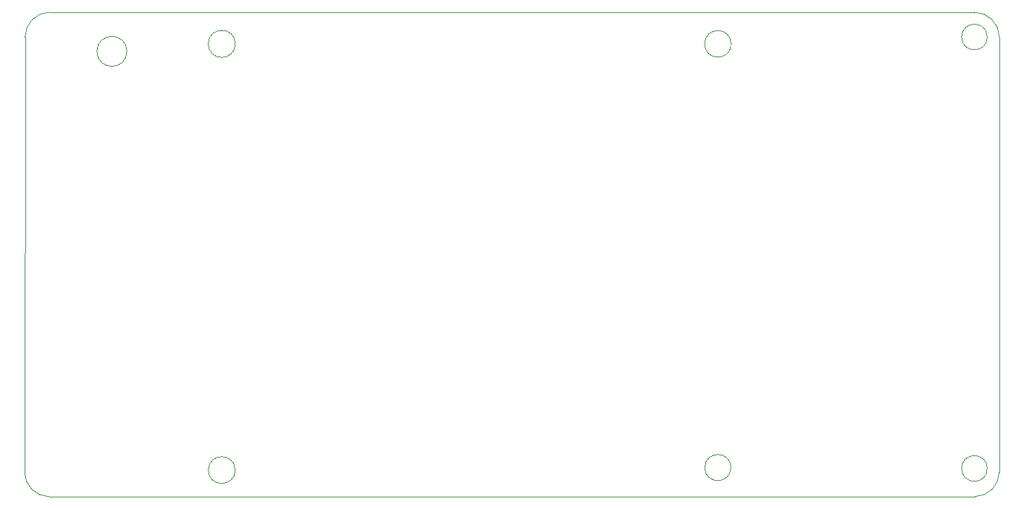
<source format=gbr>
%TF.GenerationSoftware,KiCad,Pcbnew,(6.0.7-1)-1*%
%TF.CreationDate,2022-11-01T15:55:19+01:00*%
%TF.ProjectId,ProbeBoardPublic,50726f62-6542-46f6-9172-645075626c69,Public 1.0*%
%TF.SameCoordinates,Original*%
%TF.FileFunction,Profile,NP*%
%FSLAX46Y46*%
G04 Gerber Fmt 4.6, Leading zero omitted, Abs format (unit mm)*
G04 Created by KiCad (PCBNEW (6.0.7-1)-1) date 2022-11-01 15:55:19*
%MOMM*%
%LPD*%
G01*
G04 APERTURE LIST*
%TA.AperFunction,Profile*%
%ADD10C,0.050000*%
%TD*%
G04 APERTURE END LIST*
D10*
X98515410Y-74745410D02*
X98465410Y-125595410D01*
X212415390Y-74745410D02*
G75*
G03*
X209515410Y-71845410I-2899990J10D01*
G01*
X121615354Y-128493745D02*
X179515410Y-128495410D01*
X211015410Y-74745410D02*
G75*
G03*
X211015410Y-74745410I-1500000J0D01*
G01*
X98465390Y-125595410D02*
G75*
G03*
X101365410Y-128495410I2900010J10D01*
G01*
X101415410Y-71845410D02*
X209515410Y-71845410D01*
X209515410Y-128495410D02*
G75*
G03*
X212415410Y-125595410I-10J2900010D01*
G01*
X115565410Y-128495410D02*
X121615354Y-128493745D01*
X212415410Y-125195410D02*
X212415410Y-74745410D01*
X123080658Y-125386660D02*
G75*
G03*
X123080658Y-125386660I-1565248J0D01*
G01*
X181067827Y-75545410D02*
G75*
G03*
X181067827Y-75545410I-1552417J0D01*
G01*
X212415410Y-125195410D02*
X212415410Y-125595410D01*
X123096549Y-75545410D02*
G75*
G03*
X123096549Y-75545410I-1581139J0D01*
G01*
X179515410Y-128495410D02*
X209515410Y-128495410D01*
X211015410Y-125195410D02*
G75*
G03*
X211015410Y-125195410I-1500000J0D01*
G01*
X110425000Y-76425000D02*
G75*
G03*
X110425000Y-76425000I-1750000J0D01*
G01*
X115565410Y-128495410D02*
X101365410Y-128495410D01*
X101415410Y-71845410D02*
G75*
G03*
X98515410Y-74745410I-10J-2899990D01*
G01*
X181041844Y-125095410D02*
G75*
G03*
X181041844Y-125095410I-1526434J0D01*
G01*
M02*

</source>
